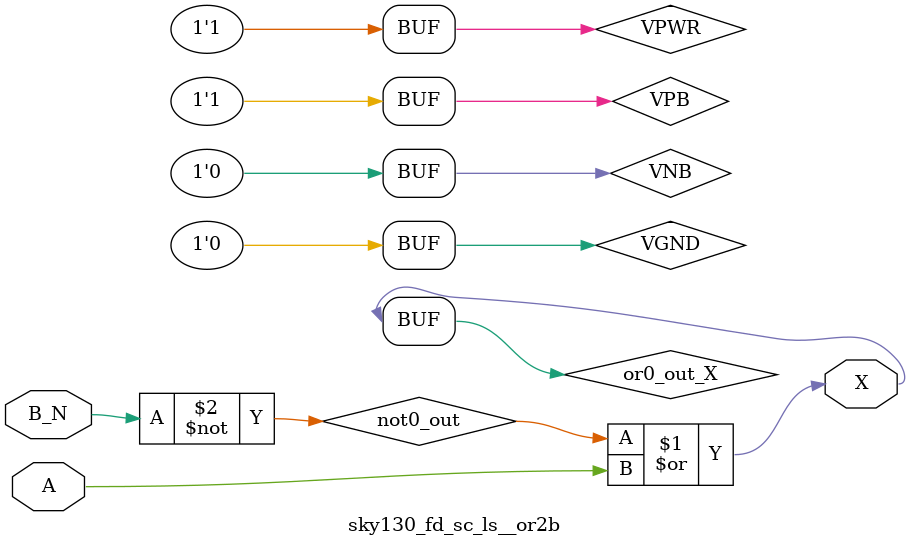
<source format=v>
/*
 * Copyright 2020 The SkyWater PDK Authors
 *
 * Licensed under the Apache License, Version 2.0 (the "License");
 * you may not use this file except in compliance with the License.
 * You may obtain a copy of the License at
 *
 *     https://www.apache.org/licenses/LICENSE-2.0
 *
 * Unless required by applicable law or agreed to in writing, software
 * distributed under the License is distributed on an "AS IS" BASIS,
 * WITHOUT WARRANTIES OR CONDITIONS OF ANY KIND, either express or implied.
 * See the License for the specific language governing permissions and
 * limitations under the License.
 *
 * SPDX-License-Identifier: Apache-2.0
*/


`ifndef SKY130_FD_SC_LS__OR2B_BEHAVIORAL_V
`define SKY130_FD_SC_LS__OR2B_BEHAVIORAL_V

/**
 * or2b: 2-input OR, first input inverted.
 *
 * Verilog simulation functional model.
 */

`timescale 1ns / 1ps
`default_nettype none

`celldefine
module sky130_fd_sc_ls__or2b (
    X  ,
    A  ,
    B_N
);

    // Module ports
    output X  ;
    input  A  ;
    input  B_N;

    // Module supplies
    supply1 VPWR;
    supply0 VGND;
    supply1 VPB ;
    supply0 VNB ;

    // Local signals
    wire not0_out ;
    wire or0_out_X;

    //  Name  Output     Other arguments
    not not0 (not0_out , B_N            );
    or  or0  (or0_out_X, not0_out, A    );
    buf buf0 (X        , or0_out_X      );

endmodule
`endcelldefine

`default_nettype wire
`endif  // SKY130_FD_SC_LS__OR2B_BEHAVIORAL_V
</source>
